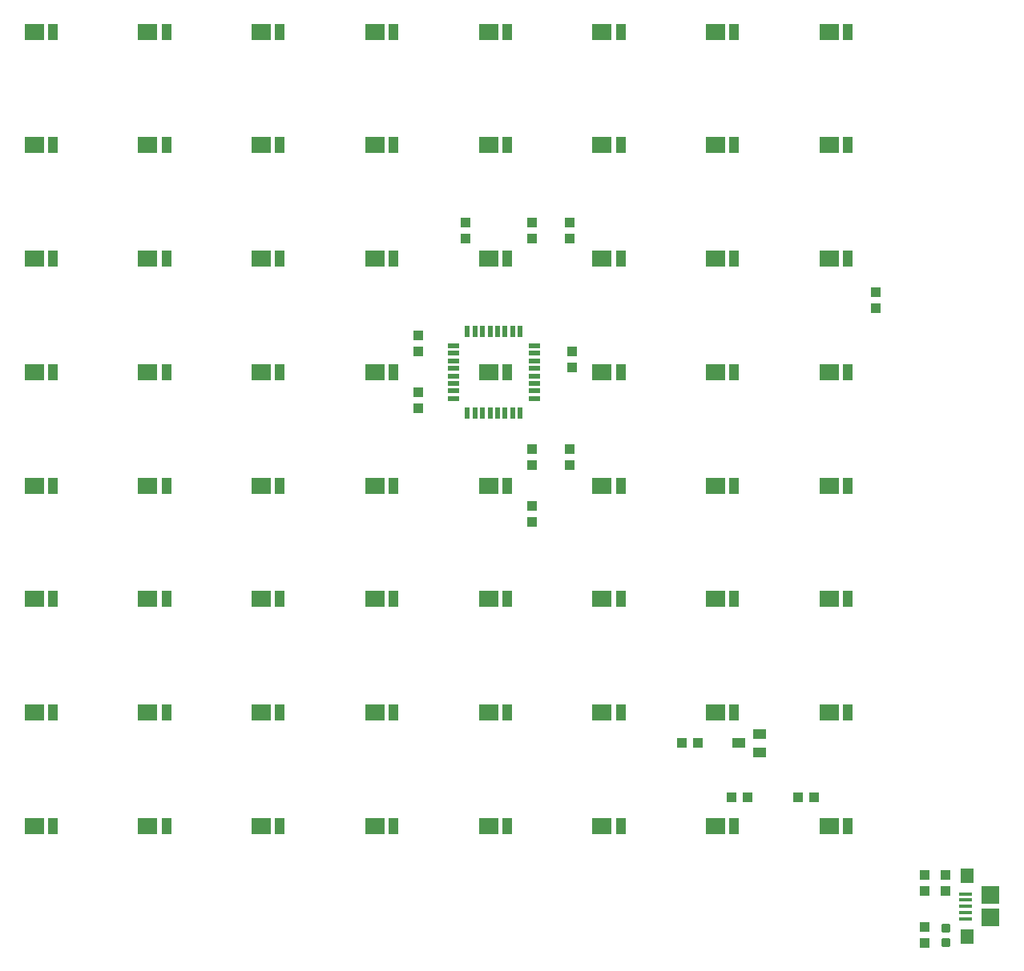
<source format=gbr>
G04 EAGLE Gerber RS-274X export*
G75*
%MOMM*%
%FSLAX34Y34*%
%LPD*%
%INSolderpaste Top*%
%IPPOS*%
%AMOC8*
5,1,8,0,0,1.08239X$1,22.5*%
G01*
%ADD10R,1.270000X0.558800*%
%ADD11R,0.558800X1.270000*%
%ADD12R,2.060000X1.800000*%
%ADD13R,0.990000X1.800000*%
%ADD14R,1.000000X1.100000*%
%ADD15R,1.350000X0.400000*%
%ADD16R,1.400000X1.600000*%
%ADD17R,1.900000X1.900000*%
%ADD18R,1.100000X1.000000*%
%ADD19C,0.222250*%
%ADD20R,1.400000X1.000000*%


D10*
X702926Y632000D03*
X702926Y640000D03*
X702926Y648000D03*
X702926Y656000D03*
X702926Y664000D03*
X702926Y672000D03*
X702926Y680000D03*
X702926Y688000D03*
D11*
X688000Y702926D03*
X680000Y702926D03*
X672000Y702926D03*
X664000Y702926D03*
X656000Y702926D03*
X648000Y702926D03*
X640000Y702926D03*
X632000Y702926D03*
D10*
X617074Y688000D03*
X617074Y680000D03*
X617074Y672000D03*
X617074Y664000D03*
X617074Y656000D03*
X617074Y648000D03*
X617074Y640000D03*
X617074Y632000D03*
D11*
X632000Y617074D03*
X640000Y617074D03*
X648000Y617074D03*
X656000Y617074D03*
X664000Y617074D03*
X672000Y617074D03*
X680000Y617074D03*
X688000Y617074D03*
D12*
X174300Y1020000D03*
D13*
X194050Y1020000D03*
D12*
X174300Y900000D03*
D13*
X194050Y900000D03*
D12*
X174300Y780000D03*
D13*
X194050Y780000D03*
D12*
X174300Y660000D03*
D13*
X194050Y660000D03*
D12*
X174300Y540000D03*
D13*
X194050Y540000D03*
D12*
X174300Y420000D03*
D13*
X194050Y420000D03*
D12*
X174300Y300000D03*
D13*
X194050Y300000D03*
D12*
X174300Y180000D03*
D13*
X194050Y180000D03*
D12*
X294300Y1020000D03*
D13*
X314050Y1020000D03*
D12*
X294300Y900000D03*
D13*
X314050Y900000D03*
D12*
X294300Y780000D03*
D13*
X314050Y780000D03*
D12*
X294300Y660000D03*
D13*
X314050Y660000D03*
D12*
X294300Y540000D03*
D13*
X314050Y540000D03*
D12*
X294300Y420000D03*
D13*
X314050Y420000D03*
D12*
X294300Y300000D03*
D13*
X314050Y300000D03*
D12*
X294300Y180000D03*
D13*
X314050Y180000D03*
D12*
X414300Y1020000D03*
D13*
X434050Y1020000D03*
D12*
X414300Y900000D03*
D13*
X434050Y900000D03*
D12*
X414300Y780000D03*
D13*
X434050Y780000D03*
D12*
X414300Y660000D03*
D13*
X434050Y660000D03*
D12*
X414300Y540000D03*
D13*
X434050Y540000D03*
D12*
X414300Y420000D03*
D13*
X434050Y420000D03*
D12*
X414300Y300000D03*
D13*
X434050Y300000D03*
D12*
X414300Y180000D03*
D13*
X434050Y180000D03*
D12*
X534300Y1020000D03*
D13*
X554050Y1020000D03*
D12*
X534300Y900000D03*
D13*
X554050Y900000D03*
D12*
X534300Y780000D03*
D13*
X554050Y780000D03*
D12*
X534300Y660000D03*
D13*
X554050Y660000D03*
D12*
X534300Y540000D03*
D13*
X554050Y540000D03*
D12*
X534300Y420000D03*
D13*
X554050Y420000D03*
D12*
X534300Y300000D03*
D13*
X554050Y300000D03*
D12*
X534300Y180000D03*
D13*
X554050Y180000D03*
D12*
X654300Y1020000D03*
D13*
X674050Y1020000D03*
D12*
X654300Y900000D03*
D13*
X674050Y900000D03*
D12*
X654300Y780000D03*
D13*
X674050Y780000D03*
D12*
X654300Y660000D03*
D13*
X674050Y660000D03*
D12*
X654300Y540000D03*
D13*
X674050Y540000D03*
D12*
X654300Y420000D03*
D13*
X674050Y420000D03*
D12*
X654300Y300000D03*
D13*
X674050Y300000D03*
D12*
X654300Y180000D03*
D13*
X674050Y180000D03*
D12*
X774300Y1020000D03*
D13*
X794050Y1020000D03*
D12*
X774300Y900000D03*
D13*
X794050Y900000D03*
D12*
X774300Y780000D03*
D13*
X794050Y780000D03*
D12*
X774300Y660000D03*
D13*
X794050Y660000D03*
D12*
X774300Y540000D03*
D13*
X794050Y540000D03*
D12*
X774300Y420000D03*
D13*
X794050Y420000D03*
D12*
X774300Y300000D03*
D13*
X794050Y300000D03*
D12*
X774300Y180000D03*
D13*
X794050Y180000D03*
D12*
X894300Y1020000D03*
D13*
X914050Y1020000D03*
D12*
X894300Y900000D03*
D13*
X914050Y900000D03*
D12*
X894300Y780000D03*
D13*
X914050Y780000D03*
D12*
X894300Y660000D03*
D13*
X914050Y660000D03*
D12*
X894300Y540000D03*
D13*
X914050Y540000D03*
D12*
X894300Y420000D03*
D13*
X914050Y420000D03*
D12*
X894300Y300000D03*
D13*
X914050Y300000D03*
D12*
X894300Y180000D03*
D13*
X914050Y180000D03*
D12*
X1014300Y1020000D03*
D13*
X1034050Y1020000D03*
D12*
X1014300Y900000D03*
D13*
X1034050Y900000D03*
D12*
X1014300Y780000D03*
D13*
X1034050Y780000D03*
D12*
X1014300Y660000D03*
D13*
X1034050Y660000D03*
D12*
X1014300Y540000D03*
D13*
X1034050Y540000D03*
D12*
X1014300Y420000D03*
D13*
X1034050Y420000D03*
D12*
X1014300Y300000D03*
D13*
X1034050Y300000D03*
D12*
X1014300Y180000D03*
D13*
X1034050Y180000D03*
D14*
X630000Y801500D03*
X630000Y818500D03*
X700000Y518500D03*
X700000Y501500D03*
X700000Y578500D03*
X700000Y561500D03*
X740000Y801500D03*
X740000Y818500D03*
X740000Y578500D03*
X740000Y561500D03*
X700000Y801500D03*
X700000Y818500D03*
X580000Y681500D03*
X580000Y698500D03*
X580000Y621500D03*
X580000Y638500D03*
D15*
X1158250Y82000D03*
X1158250Y88500D03*
X1158250Y95000D03*
X1158250Y101500D03*
X1158250Y108000D03*
D16*
X1160500Y63000D03*
X1160500Y127000D03*
D17*
X1185000Y83000D03*
X1185000Y107000D03*
D14*
X1137500Y111500D03*
X1137500Y128500D03*
X1115000Y56500D03*
X1115000Y73500D03*
D18*
X1115000Y128500D03*
X1115000Y111500D03*
D19*
X1134166Y75954D02*
X1134166Y69286D01*
X1134166Y75954D02*
X1140834Y75954D01*
X1140834Y69286D01*
X1134166Y69286D01*
X1134166Y71398D02*
X1140834Y71398D01*
X1140834Y73510D02*
X1134166Y73510D01*
X1134166Y75622D02*
X1140834Y75622D01*
X1134166Y60714D02*
X1134166Y54046D01*
X1134166Y60714D02*
X1140834Y60714D01*
X1140834Y54046D01*
X1134166Y54046D01*
X1134166Y56158D02*
X1140834Y56158D01*
X1140834Y58270D02*
X1134166Y58270D01*
X1134166Y60382D02*
X1140834Y60382D01*
D14*
X743000Y682000D03*
X743000Y665000D03*
X1063500Y744500D03*
X1063500Y727500D03*
D20*
X919000Y267500D03*
X941000Y277000D03*
X941000Y258000D03*
D14*
X911500Y210000D03*
X928500Y210000D03*
X981500Y210000D03*
X998500Y210000D03*
X876000Y267500D03*
X859000Y267500D03*
M02*

</source>
